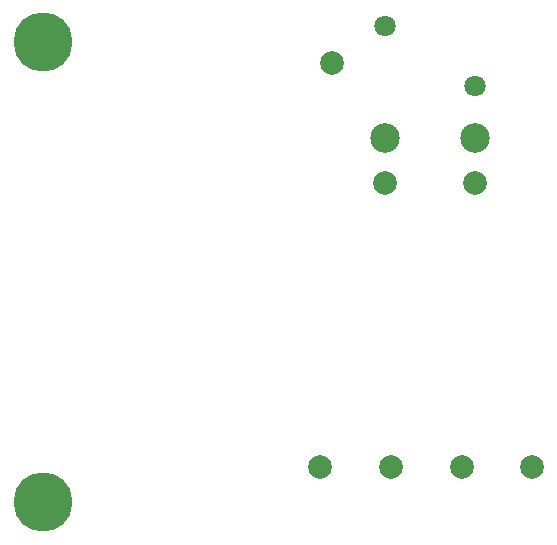
<source format=gbr>
%TF.GenerationSoftware,KiCad,Pcbnew,(5.1.10)-1*%
%TF.CreationDate,2022-11-15T17:45:27-07:00*%
%TF.ProjectId,Stepper_to_XLR4,53746570-7065-4725-9f74-6f5f584c5234,rev?*%
%TF.SameCoordinates,Original*%
%TF.FileFunction,Soldermask,Bot*%
%TF.FilePolarity,Negative*%
%FSLAX46Y46*%
G04 Gerber Fmt 4.6, Leading zero omitted, Abs format (unit mm)*
G04 Created by KiCad (PCBNEW (5.1.10)-1) date 2022-11-15 17:45:27*
%MOMM*%
%LPD*%
G01*
G04 APERTURE LIST*
%ADD10C,5.000000*%
%ADD11C,2.000000*%
%ADD12C,1.800000*%
%ADD13C,2.500000*%
G04 APERTURE END LIST*
D10*
%TO.C,MH4*%
X19050000Y-44000000D03*
%TD*%
%TO.C,MH1*%
X19050000Y-5000000D03*
%TD*%
D11*
%TO.C,J1*%
X60500000Y-41000000D03*
X54500000Y-41000000D03*
X48500000Y-41000000D03*
X42500000Y-41000000D03*
%TD*%
D12*
%TO.C,PS1*%
X55630000Y-8725000D03*
X48010000Y-3645000D03*
D11*
X43570000Y-6815000D03*
X55630000Y-16985000D03*
D13*
X55630000Y-13170000D03*
X48010000Y-13170000D03*
D11*
X48010000Y-16985000D03*
%TD*%
M02*

</source>
